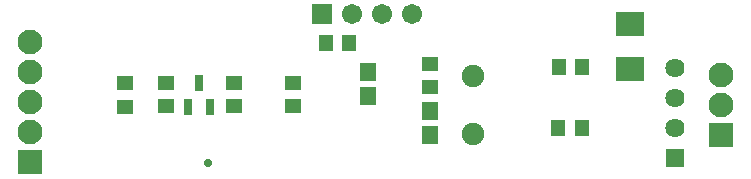
<source format=gbs>
G04*
G04 #@! TF.GenerationSoftware,Altium Limited,Altium Designer,20.1.8 (145)*
G04*
G04 Layer_Color=16711935*
%FSLAX25Y25*%
%MOIN*%
G70*
G04*
G04 #@! TF.SameCoordinates,ADFB47FA-FD8B-4379-A6DC-C8A90555AE01*
G04*
G04*
G04 #@! TF.FilePolarity,Negative*
G04*
G01*
G75*
%ADD23R,0.04859X0.05821*%
%ADD24R,0.05715X0.05951*%
%ADD27C,0.08268*%
%ADD28R,0.08268X0.08268*%
%ADD29C,0.07487*%
%ADD30C,0.06706*%
%ADD31R,0.06706X0.06706*%
%ADD32C,0.06400*%
%ADD33R,0.06400X0.06400*%
%ADD34C,0.02800*%
%ADD50R,0.03156X0.05321*%
%ADD51R,0.09754X0.07880*%
%ADD52R,0.05821X0.04859*%
D23*
X694137Y333200D02*
D03*
X686263D02*
D03*
X771737Y304800D02*
D03*
X763863D02*
D03*
X771837Y325300D02*
D03*
X763963D02*
D03*
D24*
X721159Y302554D02*
D03*
Y310428D02*
D03*
X700500Y315663D02*
D03*
Y323537D02*
D03*
D27*
X818100Y322500D02*
D03*
Y312500D02*
D03*
X587800Y333475D02*
D03*
Y323475D02*
D03*
Y313475D02*
D03*
Y303475D02*
D03*
D28*
X818100Y302500D02*
D03*
X587800Y293475D02*
D03*
D29*
X735200Y322106D02*
D03*
Y302894D02*
D03*
D30*
X715000Y342900D02*
D03*
X705000D02*
D03*
X695000D02*
D03*
D31*
X685000D02*
D03*
D32*
X802800Y324900D02*
D03*
Y314900D02*
D03*
Y304900D02*
D03*
D33*
Y294900D02*
D03*
D34*
X646904Y293221D02*
D03*
D50*
X647740Y312026D02*
D03*
X640260D02*
D03*
X644000Y319900D02*
D03*
D51*
X787700Y324550D02*
D03*
Y339500D02*
D03*
D52*
X633100Y319974D02*
D03*
Y312100D02*
D03*
X675512D02*
D03*
Y319974D02*
D03*
X721106Y326402D02*
D03*
Y318528D02*
D03*
X619411Y319933D02*
D03*
Y312059D02*
D03*
X655600Y312100D02*
D03*
Y319974D02*
D03*
M02*

</source>
